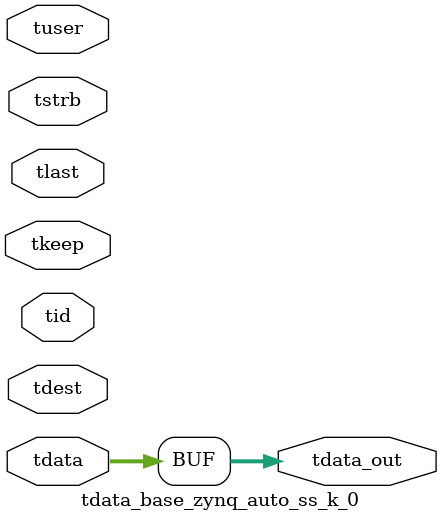
<source format=v>


`timescale 1ps/1ps

module tdata_base_zynq_auto_ss_k_0 #
(
parameter C_S_AXIS_TDATA_WIDTH = 32,
parameter C_S_AXIS_TUSER_WIDTH = 0,
parameter C_S_AXIS_TID_WIDTH   = 0,
parameter C_S_AXIS_TDEST_WIDTH = 0,
parameter C_M_AXIS_TDATA_WIDTH = 32
)
(
input  [(C_S_AXIS_TDATA_WIDTH == 0 ? 1 : C_S_AXIS_TDATA_WIDTH)-1:0     ] tdata,
input  [(C_S_AXIS_TUSER_WIDTH == 0 ? 1 : C_S_AXIS_TUSER_WIDTH)-1:0     ] tuser,
input  [(C_S_AXIS_TID_WIDTH   == 0 ? 1 : C_S_AXIS_TID_WIDTH)-1:0       ] tid,
input  [(C_S_AXIS_TDEST_WIDTH == 0 ? 1 : C_S_AXIS_TDEST_WIDTH)-1:0     ] tdest,
input  [(C_S_AXIS_TDATA_WIDTH/8)-1:0 ] tkeep,
input  [(C_S_AXIS_TDATA_WIDTH/8)-1:0 ] tstrb,
input                                                                    tlast,
output [C_M_AXIS_TDATA_WIDTH-1:0] tdata_out
);

assign tdata_out = {tdata[31:0]};

endmodule


</source>
